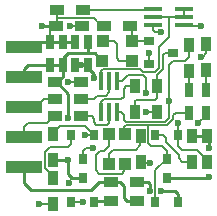
<source format=gbr>
G04 #@! TF.GenerationSoftware,KiCad,Pcbnew,(5.1.2)-2*
G04 #@! TF.CreationDate,2019-07-22T07:28:34+02:00*
G04 #@! TF.ProjectId,DiscreteOperationalAmplifier,44697363-7265-4746-954f-706572617469,rev?*
G04 #@! TF.SameCoordinates,Original*
G04 #@! TF.FileFunction,Copper,L1,Top*
G04 #@! TF.FilePolarity,Positive*
%FSLAX46Y46*%
G04 Gerber Fmt 4.6, Leading zero omitted, Abs format (unit mm)*
G04 Created by KiCad (PCBNEW (5.1.2)-2) date 2019-07-22 07:28:34*
%MOMM*%
%LPD*%
G04 APERTURE LIST*
%ADD10R,0.750000X1.200000*%
%ADD11R,1.000000X1.000000*%
%ADD12R,1.200000X0.900000*%
%ADD13R,0.900000X1.200000*%
%ADD14R,1.500000X0.400000*%
%ADD15R,0.400000X1.500000*%
%ADD16R,0.900000X0.800000*%
%ADD17R,0.800000X0.900000*%
%ADD18R,3.150000X1.000000*%
%ADD19C,0.600000*%
%ADD20C,0.254000*%
%ADD21C,0.152400*%
G04 APERTURE END LIST*
D10*
X94075000Y-44425000D03*
X94075000Y-42525000D03*
X93000000Y-44425000D03*
X93000000Y-42525000D03*
X91925000Y-44425000D03*
X91925000Y-42525000D03*
X90850000Y-42525000D03*
X90850000Y-44425000D03*
X102630000Y-48480000D03*
X102630000Y-46580000D03*
X104050000Y-46590000D03*
X104050000Y-48490000D03*
D11*
X95300000Y-42450000D03*
X97800000Y-42450000D03*
X97750000Y-44075000D03*
X95250000Y-44075000D03*
X97160000Y-50330000D03*
X97160000Y-52830000D03*
X95800000Y-52830000D03*
X95800000Y-50330000D03*
D12*
X91300000Y-47350000D03*
X93500000Y-47350000D03*
X93500000Y-48800000D03*
X91300000Y-48800000D03*
X95380000Y-41130000D03*
X97580000Y-41130000D03*
X91400000Y-39800000D03*
X93600000Y-39800000D03*
D13*
X98000000Y-46250000D03*
X98000000Y-48450000D03*
D12*
X91300000Y-45900000D03*
X93500000Y-45900000D03*
D13*
X99908333Y-48440000D03*
X99908333Y-46240000D03*
D12*
X93570000Y-41130000D03*
X91370000Y-41130000D03*
D13*
X91100000Y-52500000D03*
X91100000Y-50300000D03*
X102590000Y-42750000D03*
X102590000Y-44950000D03*
X104090000Y-44890000D03*
X104090000Y-42690000D03*
X104100000Y-52625000D03*
X104100000Y-50425000D03*
X102875000Y-52640000D03*
X102875000Y-50440000D03*
X98520000Y-52640000D03*
X98520000Y-50440000D03*
X91100000Y-54000000D03*
X91100000Y-56200000D03*
D12*
X98195000Y-54400000D03*
X95995000Y-54400000D03*
X95995000Y-56000000D03*
X98195000Y-56000000D03*
D14*
X99570000Y-39750000D03*
X99570000Y-40400000D03*
X99570000Y-41050000D03*
X102230000Y-41050000D03*
X102230000Y-40400000D03*
X102230000Y-39750000D03*
D15*
X95200000Y-45795000D03*
X95850000Y-45795000D03*
X96500000Y-45795000D03*
X96500000Y-48455000D03*
X95850000Y-48455000D03*
X95200000Y-48455000D03*
D16*
X101225000Y-43400000D03*
X99225000Y-44350000D03*
X99225000Y-42450000D03*
D17*
X101675000Y-50400000D03*
X99775000Y-50400000D03*
X100725000Y-52400000D03*
X93600000Y-52400000D03*
X92650000Y-50400000D03*
X94550000Y-50400000D03*
X100725000Y-54030000D03*
X101675000Y-56030000D03*
X99775000Y-56030000D03*
X92650000Y-56030000D03*
X94550000Y-56030000D03*
X93600000Y-54030000D03*
D18*
X88625000Y-53080000D03*
X88625000Y-42920000D03*
X88625000Y-45460000D03*
X88625000Y-48000000D03*
X88625000Y-50540000D03*
D19*
X92400000Y-48950000D03*
X92400000Y-52500000D03*
X89920000Y-56210000D03*
X92420000Y-54440000D03*
X90170000Y-41140000D03*
X104290000Y-51470000D03*
X104280000Y-53970000D03*
X103400000Y-49380000D03*
X99350000Y-52710000D03*
X94480000Y-51440000D03*
X93600000Y-56020000D03*
X99230000Y-43460000D03*
X92410000Y-45930000D03*
X98960000Y-46810000D03*
X98950000Y-48430000D03*
X92540000Y-41120000D03*
X103610000Y-41120000D03*
X100220000Y-41660000D03*
X103650000Y-43770000D03*
X93770000Y-50420000D03*
X101720000Y-49390000D03*
X100920000Y-47520000D03*
X99280000Y-55080000D03*
X100270000Y-55080000D03*
X94550000Y-45560000D03*
X93505000Y-44425000D03*
D20*
X88625000Y-45460000D02*
X88625000Y-44800000D01*
X89000000Y-44425000D02*
X91925000Y-44425000D01*
X88625000Y-44800000D02*
X89000000Y-44425000D01*
X91275000Y-44425000D02*
X90850000Y-44425000D01*
X91300000Y-45900000D02*
X91275000Y-45875000D01*
X91300000Y-45900000D02*
X91475000Y-45900000D01*
X91925000Y-45450000D02*
X91925000Y-44425000D01*
X91475000Y-45900000D02*
X91925000Y-45450000D01*
X94050000Y-42550000D02*
X94075000Y-42525000D01*
X94625000Y-43450000D02*
X95250000Y-44075000D01*
X91925000Y-44425000D02*
X91925000Y-43900000D01*
X91925000Y-43900000D02*
X92375000Y-43450000D01*
X94020000Y-43450000D02*
X94625000Y-43450000D01*
X92375000Y-43450000D02*
X94020000Y-43450000D01*
X94020000Y-42580000D02*
X94075000Y-42525000D01*
X94020000Y-43450000D02*
X94020000Y-42580000D01*
X91300000Y-45900000D02*
X91470000Y-45900000D01*
X91300000Y-45900000D02*
X91420000Y-45900000D01*
X91420000Y-45900000D02*
X92400000Y-46880000D01*
X92400000Y-46880000D02*
X92400000Y-48950000D01*
X92400000Y-52500000D02*
X92400000Y-53690000D01*
X92740000Y-54030000D02*
X93600000Y-54030000D01*
X92400000Y-53690000D02*
X92740000Y-54030000D01*
X91100000Y-52500000D02*
X92400000Y-52500000D01*
D21*
X91100000Y-56200000D02*
X89930000Y-56200000D01*
X89930000Y-56200000D02*
X89920000Y-56210000D01*
X92420000Y-54350000D02*
X92740000Y-54030000D01*
X92420000Y-54440000D02*
X92420000Y-54350000D01*
D20*
X88625000Y-42920000D02*
X89680000Y-42920000D01*
X89680000Y-42920000D02*
X90075000Y-42525000D01*
X90075000Y-42525000D02*
X93000000Y-42525000D01*
D21*
X93000000Y-42525000D02*
X93000000Y-42010000D01*
X91400000Y-39800000D02*
X91400000Y-40520000D01*
X91400000Y-41025000D02*
X91400000Y-40520000D01*
X90850000Y-41180000D02*
X90850000Y-42525000D01*
D20*
X91360000Y-41140000D02*
X91370000Y-41130000D01*
X90170000Y-41140000D02*
X91360000Y-41140000D01*
X104085000Y-50440000D02*
X104100000Y-50425000D01*
X102875000Y-50440000D02*
X104085000Y-50440000D01*
X104220000Y-54030000D02*
X100725000Y-54030000D01*
X104280000Y-53970000D02*
X104220000Y-54030000D01*
D21*
X91420000Y-40500000D02*
X91400000Y-40520000D01*
X91450000Y-40470000D02*
X91420000Y-40500000D01*
X94540000Y-40470000D02*
X91450000Y-40470000D01*
X95380000Y-41025000D02*
X95095000Y-41025000D01*
X95095000Y-41025000D02*
X94540000Y-40470000D01*
D20*
X104115000Y-50440000D02*
X102875000Y-50440000D01*
X104290000Y-51470000D02*
X104290000Y-50615000D01*
X104290000Y-50615000D02*
X104115000Y-50440000D01*
D21*
X97150000Y-49700000D02*
X97150000Y-50330000D01*
X101470000Y-48480000D02*
X101250000Y-48700000D01*
X102630000Y-48480000D02*
X101470000Y-48480000D01*
X101250000Y-48700000D02*
X101250000Y-49040000D01*
X101250000Y-49040000D02*
X100720000Y-49570000D01*
X97280000Y-49570000D02*
X97150000Y-49700000D01*
X99140000Y-49570000D02*
X97280000Y-49570000D01*
X100720000Y-49570000D02*
X99140000Y-49570000D01*
X99775000Y-53350000D02*
X100725000Y-52400000D01*
X99775000Y-56030000D02*
X99775000Y-53350000D01*
X100725000Y-51755000D02*
X100725000Y-52400000D01*
X100320000Y-51350000D02*
X100725000Y-51755000D01*
X99420000Y-51350000D02*
X100320000Y-51350000D01*
X99160000Y-51090000D02*
X99420000Y-51350000D01*
X99140000Y-49570000D02*
X99160000Y-49590000D01*
X99160000Y-49590000D02*
X99160000Y-51090000D01*
X102590000Y-46540000D02*
X102630000Y-46580000D01*
X102590000Y-44950000D02*
X102590000Y-46540000D01*
X104090000Y-46550000D02*
X104050000Y-46590000D01*
X104090000Y-44890000D02*
X104090000Y-46550000D01*
X104050000Y-48490000D02*
X104050000Y-48720000D01*
X104050000Y-48490000D02*
X104050000Y-48730000D01*
X104050000Y-48730000D02*
X103400000Y-49380000D01*
X98570000Y-52710000D02*
X98500000Y-52640000D01*
X99350000Y-52710000D02*
X98570000Y-52710000D01*
X93600000Y-52400000D02*
X93600000Y-51750000D01*
X93600000Y-51750000D02*
X93910000Y-51440000D01*
X93910000Y-51440000D02*
X94480000Y-51440000D01*
X92650000Y-56030000D02*
X93590000Y-56030000D01*
X93590000Y-56030000D02*
X93600000Y-56020000D01*
X97750000Y-44075000D02*
X96725000Y-44075000D01*
X96725000Y-44075000D02*
X96480000Y-43830000D01*
X96480000Y-43830000D02*
X96480000Y-42680000D01*
X96250000Y-42450000D02*
X95300000Y-42450000D01*
X96480000Y-42680000D02*
X96250000Y-42450000D01*
X97800000Y-42450000D02*
X99225000Y-42450000D01*
X97800000Y-41245000D02*
X97580000Y-41025000D01*
X97800000Y-42450000D02*
X97800000Y-41245000D01*
X95800000Y-50330000D02*
X95800000Y-51330000D01*
X95800000Y-51330000D02*
X95390000Y-51740000D01*
X95390000Y-51740000D02*
X95070000Y-51740000D01*
X95070000Y-51740000D02*
X94720000Y-52090000D01*
X94720000Y-52090000D02*
X94720000Y-53360000D01*
X94720000Y-53360000D02*
X95010000Y-53650000D01*
X95010000Y-53650000D02*
X96910000Y-53650000D01*
X97150000Y-53410000D02*
X97150000Y-52830000D01*
X96910000Y-53650000D02*
X97150000Y-53410000D01*
X98500000Y-51250000D02*
X98500000Y-50440000D01*
X98100000Y-51650000D02*
X98500000Y-51250000D01*
X96170000Y-51650000D02*
X98100000Y-51650000D01*
X95800000Y-52830000D02*
X95800000Y-52020000D01*
X95800000Y-52020000D02*
X96170000Y-51650000D01*
X88625000Y-48000000D02*
X89710000Y-48000000D01*
X90360000Y-47350000D02*
X91300000Y-47350000D01*
X89710000Y-48000000D02*
X90360000Y-47350000D01*
X95850000Y-46780000D02*
X95850000Y-45795000D01*
X95560000Y-47070000D02*
X95850000Y-46780000D01*
X94820000Y-47070000D02*
X95560000Y-47070000D01*
X93500000Y-47350000D02*
X94540000Y-47350000D01*
X94540000Y-47350000D02*
X94820000Y-47070000D01*
X93500000Y-48800000D02*
X94370000Y-48800000D01*
X94370000Y-48800000D02*
X94580000Y-49010000D01*
X94580000Y-49010000D02*
X94580000Y-49310000D01*
X94580000Y-49310000D02*
X94780000Y-49510000D01*
X94780000Y-49510000D02*
X95680000Y-49510000D01*
X95850000Y-49340000D02*
X95850000Y-48455000D01*
X95680000Y-49510000D02*
X95850000Y-49340000D01*
X91140000Y-48800000D02*
X91300000Y-48800000D01*
X90590000Y-49350000D02*
X91140000Y-48800000D01*
X88970000Y-49350000D02*
X90590000Y-49350000D01*
X88625000Y-50540000D02*
X88625000Y-49695000D01*
X88625000Y-49695000D02*
X88970000Y-49350000D01*
X99520000Y-39800000D02*
X99570000Y-39750000D01*
X93600000Y-39800000D02*
X99520000Y-39800000D01*
X97300000Y-46250000D02*
X98000000Y-46250000D01*
X95200000Y-47590000D02*
X95420000Y-47370000D01*
X95200000Y-48455000D02*
X95200000Y-47590000D01*
X95420000Y-47370000D02*
X96850000Y-47370000D01*
X96850000Y-47370000D02*
X97100000Y-47120000D01*
X97100000Y-47120000D02*
X97100000Y-46450000D01*
X97100000Y-46450000D02*
X97300000Y-46250000D01*
X99908333Y-45291667D02*
X99908333Y-46240000D01*
X100400000Y-44800000D02*
X99908333Y-45291667D01*
X100400000Y-43590000D02*
X100400000Y-44800000D01*
X101225000Y-43400000D02*
X100590000Y-43400000D01*
X100590000Y-43400000D02*
X100400000Y-43590000D01*
X99908333Y-47241667D02*
X99908333Y-46240000D01*
X99760000Y-47390000D02*
X99908333Y-47241667D01*
X98140000Y-47390000D02*
X99760000Y-47390000D01*
X98000000Y-48450000D02*
X98000000Y-47530000D01*
X98000000Y-47530000D02*
X98140000Y-47390000D01*
X99225000Y-44350000D02*
X99225000Y-43465000D01*
X99225000Y-43465000D02*
X99230000Y-43460000D01*
X93470000Y-45930000D02*
X93500000Y-45900000D01*
X92410000Y-45930000D02*
X93470000Y-45930000D01*
X96500000Y-45795000D02*
X96945000Y-45795000D01*
X96945000Y-45795000D02*
X97410000Y-45330000D01*
X97410000Y-45330000D02*
X98690000Y-45330000D01*
X98690000Y-45330000D02*
X98950000Y-45590000D01*
X98950000Y-45590000D02*
X98950000Y-46800000D01*
X98950000Y-46800000D02*
X98960000Y-46810000D01*
X99898333Y-48430000D02*
X99908333Y-48440000D01*
X98950000Y-48430000D02*
X99898333Y-48430000D01*
X93570000Y-41130000D02*
X92550000Y-41130000D01*
X92550000Y-41130000D02*
X92540000Y-41120000D01*
X102300000Y-41120000D02*
X102230000Y-41050000D01*
X103610000Y-41120000D02*
X102300000Y-41120000D01*
X100220000Y-41660000D02*
X99710000Y-41660000D01*
X99710000Y-41660000D02*
X99570000Y-41520000D01*
X99570000Y-41520000D02*
X99570000Y-41050000D01*
X91100000Y-50300000D02*
X91100000Y-50160000D01*
X91100000Y-50160000D02*
X91650000Y-49610000D01*
X91650000Y-49610000D02*
X93820000Y-49610000D01*
X94550000Y-50340000D02*
X94550000Y-50400000D01*
X93820000Y-49610000D02*
X94550000Y-50340000D01*
X94550000Y-50400000D02*
X93790000Y-50400000D01*
X93790000Y-50400000D02*
X93770000Y-50420000D01*
X103770000Y-43770000D02*
X103650000Y-43770000D01*
X104090000Y-42690000D02*
X104090000Y-43450000D01*
X104090000Y-43450000D02*
X103770000Y-43770000D01*
X102590000Y-43790000D02*
X102590000Y-42750000D01*
X102280000Y-44100000D02*
X102590000Y-43790000D01*
X101250000Y-44100000D02*
X102280000Y-44100000D01*
X100920000Y-44430000D02*
X101250000Y-44100000D01*
X96865000Y-48455000D02*
X97110000Y-48700000D01*
X96500000Y-48455000D02*
X96865000Y-48455000D01*
X97110000Y-48700000D02*
X97110000Y-49100000D01*
X97110000Y-49100000D02*
X97320000Y-49310000D01*
X97320000Y-49310000D02*
X100550000Y-49310000D01*
X100550000Y-49310000D02*
X100920000Y-48940000D01*
X101675000Y-50400000D02*
X101675000Y-49435000D01*
X101675000Y-49435000D02*
X101720000Y-49390000D01*
X100920000Y-48940000D02*
X100920000Y-47520000D01*
X100920000Y-47520000D02*
X100920000Y-44430000D01*
X101675000Y-51285000D02*
X101675000Y-50400000D01*
X102040000Y-51650000D02*
X101675000Y-51285000D01*
X103280000Y-51650000D02*
X102040000Y-51650000D01*
X104100000Y-52625000D02*
X104100000Y-52470000D01*
X104100000Y-52470000D02*
X103280000Y-51650000D01*
X102060000Y-52640000D02*
X102875000Y-52640000D01*
X100440000Y-50400000D02*
X100690000Y-50650000D01*
X99775000Y-50400000D02*
X100440000Y-50400000D01*
X100690000Y-50650000D02*
X100690000Y-50970000D01*
X100690000Y-50970000D02*
X101780000Y-52060000D01*
X101780000Y-52060000D02*
X101780000Y-52360000D01*
X101780000Y-52360000D02*
X102060000Y-52640000D01*
X92650000Y-51140000D02*
X92370000Y-51420000D01*
X92650000Y-50400000D02*
X92650000Y-51140000D01*
X91100000Y-53860000D02*
X91100000Y-54000000D01*
X92370000Y-51420000D02*
X90830000Y-51420000D01*
X90830000Y-51420000D02*
X90420000Y-51830000D01*
X90420000Y-51830000D02*
X90420000Y-53180000D01*
X90420000Y-53180000D02*
X91100000Y-53860000D01*
D20*
X98145000Y-54400000D02*
X99130000Y-54400000D01*
X99130000Y-54400000D02*
X99280000Y-54550000D01*
X99280000Y-54550000D02*
X99280000Y-55080000D01*
X101675000Y-55335000D02*
X101675000Y-56030000D01*
X101420000Y-55080000D02*
X101675000Y-55335000D01*
X100270000Y-55080000D02*
X101420000Y-55080000D01*
X96800000Y-54400000D02*
X95945000Y-54400000D01*
X97090000Y-54690000D02*
X96800000Y-54400000D01*
X97090000Y-55730000D02*
X97090000Y-54690000D01*
X98200000Y-56000000D02*
X97360000Y-56000000D01*
X97360000Y-56000000D02*
X97090000Y-55730000D01*
X94980000Y-54400000D02*
X95945000Y-54400000D01*
X94350000Y-55030000D02*
X94980000Y-54400000D01*
X89240000Y-55030000D02*
X94350000Y-55030000D01*
X88625000Y-53080000D02*
X88625000Y-54415000D01*
X88625000Y-54415000D02*
X89240000Y-55030000D01*
X94580000Y-56000000D02*
X94550000Y-56030000D01*
X96000000Y-56000000D02*
X94580000Y-56000000D01*
D21*
X102230000Y-39750000D02*
X102230000Y-40400000D01*
X100730000Y-40400000D02*
X99570000Y-40400000D01*
X102230000Y-40400000D02*
X100730000Y-40400000D01*
X95200000Y-44940000D02*
X95200000Y-45795000D01*
X95330000Y-44810000D02*
X95200000Y-44940000D01*
X98470000Y-44810000D02*
X95330000Y-44810000D01*
X98680000Y-45020000D02*
X98470000Y-44810000D01*
X100920000Y-40400000D02*
X100920000Y-42090000D01*
X100730000Y-40400000D02*
X100920000Y-40400000D01*
X100920000Y-42090000D02*
X100090000Y-42920000D01*
X100090000Y-42920000D02*
X100090000Y-44690000D01*
X100090000Y-44690000D02*
X99760000Y-45020000D01*
X99760000Y-45020000D02*
X98680000Y-45020000D01*
D20*
X94075000Y-44895000D02*
X94075000Y-44425000D01*
X93785000Y-44425000D02*
X93505000Y-44425000D01*
X94550000Y-45190000D02*
X93785000Y-44425000D01*
X94550000Y-45560000D02*
X94550000Y-45190000D01*
X93505000Y-44425000D02*
X93000000Y-44425000D01*
M02*

</source>
